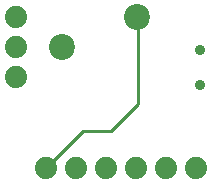
<source format=gbr>
%TF.GenerationSoftware,KiCad,Pcbnew,(5.1.6)-1*%
%TF.CreationDate,2020-09-22T19:12:10+02:00*%
%TF.ProjectId,Uno,556e6f2e-6b69-4636-9164-5f7063625858,rev?*%
%TF.SameCoordinates,Original*%
%TF.FileFunction,Copper,L2,Bot*%
%TF.FilePolarity,Positive*%
%FSLAX46Y46*%
G04 Gerber Fmt 4.6, Leading zero omitted, Abs format (unit mm)*
G04 Created by KiCad (PCBNEW (5.1.6)-1) date 2020-09-22 19:12:10*
%MOMM*%
%LPD*%
G01*
G04 APERTURE LIST*
%TA.AperFunction,WasherPad*%
%ADD10C,0.900000*%
%TD*%
%TA.AperFunction,ComponentPad*%
%ADD11C,1.879600*%
%TD*%
%TA.AperFunction,ComponentPad*%
%ADD12C,2.200000*%
%TD*%
%TA.AperFunction,Conductor*%
%ADD13C,0.250000*%
%TD*%
G04 APERTURE END LIST*
D10*
%TO.P,SW1,*%
%TO.N,*%
X48650000Y-87750000D03*
X48600000Y-90750000D03*
%TD*%
D11*
%TO.P,U1,9*%
%TO.N,Net-(U1-Pad9)*%
X33060000Y-84960000D03*
%TO.P,U1,8*%
%TO.N,GND*%
X33060000Y-87500000D03*
%TO.P,U1,7*%
%TO.N,Net-(U1-Pad7)*%
X33060000Y-90040000D03*
%TO.P,U1,6*%
%TO.N,Net-(U1-Pad6)*%
X48260000Y-97790000D03*
%TO.P,U1,5*%
%TO.N,Net-(U1-Pad5)*%
X45720000Y-97790000D03*
%TO.P,U1,4*%
%TO.N,Net-(U1-Pad4)*%
X43180000Y-97790000D03*
%TO.P,U1,3*%
%TO.N,Net-(SW1-Pad1)*%
X40640000Y-97790000D03*
%TO.P,U1,2*%
%TO.N,Net-(U1-Pad2)*%
X38100000Y-97790000D03*
%TO.P,U1,1*%
%TO.N,Net-(K1-Pad1)*%
X35560000Y-97790000D03*
%TD*%
D12*
%TO.P,Maludo Uno,2*%
%TO.N,GND*%
X36950000Y-87490000D03*
%TO.P,Maludo Uno,1*%
%TO.N,Net-(K1-Pad1)*%
X43300000Y-84950000D03*
%TD*%
D13*
%TO.N,Net-(K1-Pad1)*%
X35560000Y-97790000D02*
X38750000Y-94600000D01*
X38750000Y-94600000D02*
X41100000Y-94600000D01*
X43360000Y-92340000D02*
X43360000Y-84950000D01*
X41100000Y-94600000D02*
X43360000Y-92340000D01*
%TD*%
M02*

</source>
